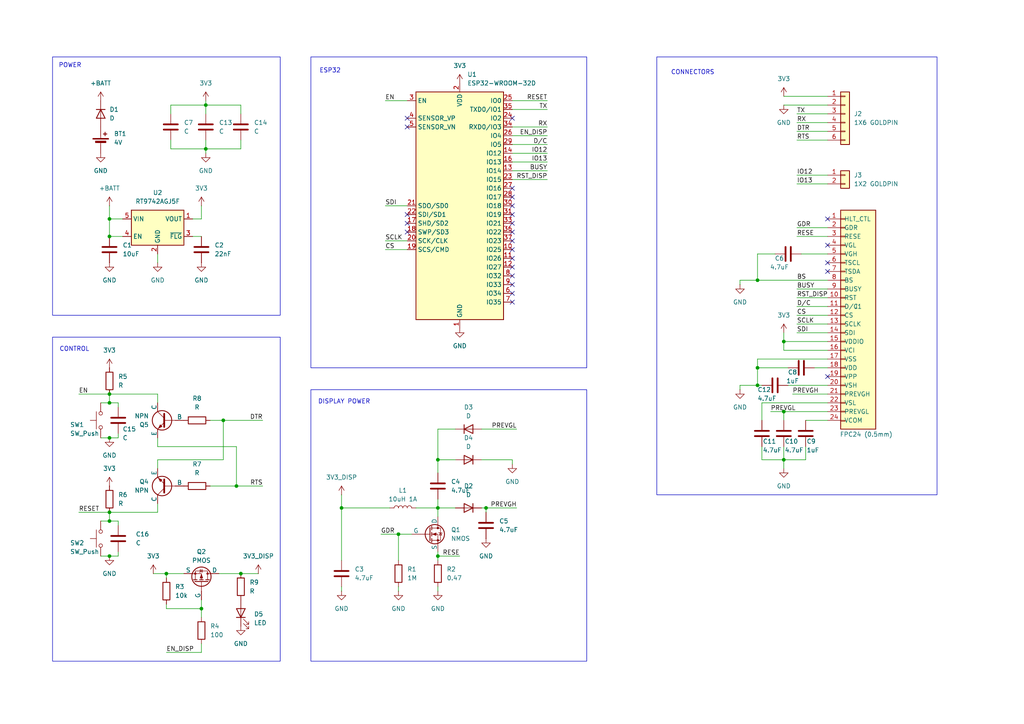
<source format=kicad_sch>
(kicad_sch (version 20231120) (generator "eeschema") (generator_version "8.0")
  (paper "A4")
  (lib_symbols
    (symbol "Connector_Generic:Conn_01x02" (pin_names (offset 1.016) hide)
      (property "Reference" "J" (at 0 2.54 0))
      (property "Value" "Conn_01x02" (at 0 -5.08 0))
      (symbol "Conn_01x02_1_1"
        (rectangle (start -1.27 -2.413) (end 0 -2.667) (stroke (width 0.1524)))
        (rectangle (start -1.27 0.127) (end 0 -0.127) (stroke (width 0.1524)))
        (rectangle (start -1.27 1.27) (end 1.27 -3.81) (stroke (width 0.254)) (fill (type background)))
        (pin passive line (at -5.08 0 0) (length 3.81) (name "Pin_1") (number "1"))
        (pin passive line (at -5.08 -2.54 0) (length 3.81) (name "Pin_2") (number "2"))
      )
    )
    (symbol "Connector_Generic:Conn_01x06" (pin_names (offset 1.016) hide)
      (property "Reference" "J" (at 0 7.62 0))
      (property "Value" "Conn_01x06" (at 0 -10.16 0))
      (symbol "Conn_01x06_1_1"
        (rectangle (start -1.27 -7.493) (end 0 -7.747) (stroke (width 0.1524)))
        (rectangle (start -1.27 -4.953) (end 0 -5.207) (stroke (width 0.1524)))
        (rectangle (start -1.27 -2.413) (end 0 -2.667) (stroke (width 0.1524)))
        (rectangle (start -1.27 0.127) (end 0 -0.127) (stroke (width 0.1524)))
        (rectangle (start -1.27 2.667) (end 0 2.413) (stroke (width 0.1524)))
        (rectangle (start -1.27 5.207) (end 0 4.953) (stroke (width 0.1524)))
        (rectangle (start -1.27 6.35) (end 1.27 -8.89) (stroke (width 0.254)) (fill (type background)))
        (pin passive line (at -5.08 5.08 0) (length 3.81) (name "Pin_1") (number "1"))
        (pin passive line (at -5.08 2.54 0) (length 3.81) (name "Pin_2") (number "2"))
        (pin passive line (at -5.08 0 0) (length 3.81) (name "Pin_3") (number "3"))
        (pin passive line (at -5.08 -2.54 0) (length 3.81) (name "Pin_4") (number "4"))
        (pin passive line (at -5.08 -5.08 0) (length 3.81) (name "Pin_5") (number "5"))
        (pin passive line (at -5.08 -7.62 0) (length 3.81) (name "Pin_6") (number "6"))
      )
    )
    (symbol "Connector_Generic:Conn_01x24" (pin_names (offset 1.016))
      (property "Reference" "J1" (at 2.54 0.0001 0))
      (property "Value" "Conn_01x24" (at 10.16 -2.794 0))
      (symbol "Conn_01x24_1_0"
        (pin passive line (at -5.08 -33.02 0) (length 3.81) (name "VCOM") (number "24"))
      )
      (symbol "Conn_01x24_1_1"
        (rectangle (start -1.27 -33.02) (end 0 -33.274) (stroke (width 0.1524)))
        (rectangle (start -1.27 -30.353) (end 0 -30.607) (stroke (width 0.1524)))
        (rectangle (start -1.27 -27.813) (end 0 -28.067) (stroke (width 0.1524)))
        (rectangle (start -1.27 -25.273) (end 0 -25.527) (stroke (width 0.1524)))
        (rectangle (start -1.27 -22.733) (end 0 -22.987) (stroke (width 0.1524)))
        (rectangle (start -1.27 -20.193) (end 0 -20.447) (stroke (width 0.1524)))
        (rectangle (start -1.27 -17.653) (end 0 -17.907) (stroke (width 0.1524)))
        (rectangle (start -1.27 -15.113) (end 0 -15.367) (stroke (width 0.1524)))
        (rectangle (start -1.27 -12.573) (end 0 -12.827) (stroke (width 0.1524)))
        (rectangle (start -1.27 -10.033) (end 0 -10.287) (stroke (width 0.1524)))
        (rectangle (start -1.27 -7.493) (end 0 -7.747) (stroke (width 0.1524)))
        (rectangle (start -1.27 -4.953) (end 0 -5.207) (stroke (width 0.1524)))
        (rectangle (start -1.27 -2.413) (end 0 -2.667) (stroke (width 0.1524)))
        (rectangle (start -1.27 0.127) (end 0 -0.127) (stroke (width 0.1524)))
        (rectangle (start -1.27 2.667) (end 0 2.413) (stroke (width 0.1524)))
        (rectangle (start -1.27 5.207) (end 0 4.953) (stroke (width 0.1524)))
        (rectangle (start -1.27 7.747) (end 0 7.493) (stroke (width 0.1524)))
        (rectangle (start -1.27 10.287) (end 0 10.033) (stroke (width 0.1524)))
        (rectangle (start -1.27 12.827) (end 0 12.573) (stroke (width 0.1524)))
        (rectangle (start -1.27 15.367) (end 0 15.113) (stroke (width 0.1524)))
        (rectangle (start -1.27 17.907) (end 0 17.653) (stroke (width 0.1524)))
        (rectangle (start -1.27 20.447) (end 0 20.193) (stroke (width 0.1524)))
        (rectangle (start -1.27 22.987) (end 0 22.733) (stroke (width 0.1524)))
        (rectangle (start -1.27 25.527) (end 0 25.273) (stroke (width 0.1524)))
        (rectangle (start -1.27 27.94) (end 8.89 -35.56) (stroke (width 0.254)) (fill (type background)))
        (pin passive line (at -5.08 25.4 0) (length 3.81) (name "HLT_CTL") (number "1"))
        (pin passive line (at -5.08 2.54 0) (length 3.81) (name "RST") (number "10"))
        (pin passive line (at -5.08 0 0) (length 3.81) (name "D/C") (number "11"))
        (pin passive line (at -5.08 -2.54 0) (length 3.81) (name "CS") (number "12"))
        (pin passive line (at -5.08 -5.08 0) (length 3.81) (name "SCLK") (number "13"))
        (pin passive line (at -5.08 -7.62 0) (length 3.81) (name "SDI") (number "14"))
        (pin passive line (at -5.08 -10.16 0) (length 3.81) (name "VDDIO") (number "15"))
        (pin passive line (at -5.08 -12.7 0) (length 3.81) (name "VCI") (number "16"))
        (pin passive line (at -5.08 -15.24 0) (length 3.81) (name "VSS") (number "17"))
        (pin passive line (at -5.08 -17.78 0) (length 3.81) (name "VDD") (number "18"))
        (pin passive line (at -5.08 -20.32 0) (length 3.81) (name "VPP") (number "19"))
        (pin passive line (at -5.08 22.86 0) (length 3.81) (name "GDR") (number "2"))
        (pin passive line (at -5.08 -22.86 0) (length 3.81) (name "VSH") (number "20"))
        (pin passive line (at -5.08 -25.4 0) (length 3.81) (name "PREVGH") (number "21"))
        (pin passive line (at -5.08 -27.94 0) (length 3.81) (name "VSL") (number "22"))
        (pin passive line (at -5.08 -30.48 0) (length 3.81) (name "PREVGL") (number "23"))
        (pin passive line (at -5.08 20.32 0) (length 3.81) (name "RESE") (number "3"))
        (pin passive line (at -5.08 17.78 0) (length 3.81) (name "VGL") (number "4"))
        (pin passive line (at -5.08 15.24 0) (length 3.81) (name "VGH") (number "5"))
        (pin passive line (at -5.08 12.7 0) (length 3.81) (name "TSCL") (number "6"))
        (pin passive line (at -5.08 10.16 0) (length 3.81) (name "TSDA") (number "7"))
        (pin passive line (at -5.08 7.62 0) (length 3.81) (name "BS") (number "8"))
        (pin passive line (at -5.08 5.08 0) (length 3.81) (name "BUSY") (number "9"))
      )
    )
    (symbol "Device:Battery_Cell" (pin_numbers hide) (pin_names (offset 0) hide)
      (property "Reference" "BT" (at 2.54 2.54 0))
      (property "Value" "Battery_Cell" (at 2.54 0 0))
      (symbol "Battery_Cell_0_1"
        (rectangle (start -2.286 1.778) (end 2.286 1.524) (fill (type outline)))
        (rectangle (start -1.524 1.016) (end 1.524 0.508) (fill (type outline)))
        (polyline (pts (xy 0 0.762) (xy 0 0)))
        (polyline (pts (xy 0 1.778) (xy 0 2.54)))
        (polyline (pts (xy 0.762 3.048) (xy 1.778 3.048)) (stroke (width 0.254)))
        (polyline (pts (xy 1.27 3.556) (xy 1.27 2.54)) (stroke (width 0.254)))
      )
      (symbol "Battery_Cell_1_1"
        (pin passive line (at 0 5.08 270) (length 2.54) (name "+") (number "1"))
        (pin passive line (at 0 -2.54 90) (length 2.54) (name "-") (number "2"))
      )
    )
    (symbol "Device:C" (pin_numbers hide) (pin_names (offset 0.254))
      (property "Reference" "C" (at 0.635 2.54 0))
      (property "Value" "C" (at 0.635 -2.54 0))
      (symbol "C_0_1"
        (polyline (pts (xy -2.032 -0.762) (xy 2.032 -0.762)) (stroke (width 0.508)))
        (polyline (pts (xy -2.032 0.762) (xy 2.032 0.762)) (stroke (width 0.508)))
      )
      (symbol "C_1_1"
        (pin passive line (at 0 3.81 270) (length 2.794) (name "~") (number "1"))
        (pin passive line (at 0 -3.81 90) (length 2.794) (name "~") (number "2"))
      )
    )
    (symbol "Device:D" (pin_numbers hide) (pin_names (offset 1.016) hide)
      (property "Reference" "D" (at 0 2.54 0))
      (property "Value" "D" (at 0 -2.54 0))
      (symbol "D_0_1"
        (polyline (pts (xy -1.27 1.27) (xy -1.27 -1.27)) (stroke (width 0.254)))
        (polyline (pts (xy 1.27 0) (xy -1.27 0)))
        (polyline (pts (xy 1.27 1.27) (xy 1.27 -1.27) (xy -1.27 0) (xy 1.27 1.27)) (stroke (width 0.254)))
      )
      (symbol "D_1_1"
        (pin passive line (at -3.81 0 0) (length 2.54) (name "K") (number "1"))
        (pin passive line (at 3.81 0 180) (length 2.54) (name "A") (number "2"))
      )
    )
    (symbol "Device:L" (pin_numbers hide) (pin_names (offset 1.016) hide)
      (property "Reference" "L" (at -1.27 0 90))
      (property "Value" "L" (at 1.905 0 90))
      (symbol "L_0_1"
        (arc (start 0 -2.54) (mid 0.6323 -1.905) (end 0 -1.27))
        (arc (start 0 -1.27) (mid 0.6323 -0.635) (end 0 0))
        (arc (start 0 0) (mid 0.6323 0.635) (end 0 1.27))
        (arc (start 0 1.27) (mid 0.6323 1.905) (end 0 2.54))
      )
      (symbol "L_1_1"
        (pin passive line (at 0 3.81 270) (length 1.27) (name "1") (number "1"))
        (pin passive line (at 0 -3.81 90) (length 1.27) (name "2") (number "2"))
      )
    )
    (symbol "Device:LED" (pin_numbers hide) (pin_names (offset 1.016) hide)
      (property "Reference" "D" (at 0 2.54 0))
      (property "Value" "LED" (at 0 -2.54 0))
      (symbol "LED_0_1"
        (polyline (pts (xy -1.27 -1.27) (xy -1.27 1.27)) (stroke (width 0.254)))
        (polyline (pts (xy -1.27 0) (xy 1.27 0)))
        (polyline (pts (xy 1.27 -1.27) (xy 1.27 1.27) (xy -1.27 0) (xy 1.27 -1.27)) (stroke (width 0.254)))
        (polyline (pts (xy -3.048 -0.762) (xy -4.572 -2.286) (xy -3.81 -2.286) (xy -4.572 -2.286) (xy -4.572 -1.524)))
        (polyline (pts (xy -1.778 -0.762) (xy -3.302 -2.286) (xy -2.54 -2.286) (xy -3.302 -2.286) (xy -3.302 -1.524)))
      )
      (symbol "LED_1_1"
        (pin passive line (at -3.81 0 0) (length 2.54) (name "K") (number "1"))
        (pin passive line (at 3.81 0 180) (length 2.54) (name "A") (number "2"))
      )
    )
    (symbol "Device:R" (pin_numbers hide) (pin_names (offset 0))
      (property "Reference" "R" (at 2.032 0 90))
      (property "Value" "R" (at 0 0 90))
      (symbol "R_0_1"
        (rectangle (start -1.016 -2.54) (end 1.016 2.54) (stroke (width 0.254)))
      )
      (symbol "R_1_1"
        (pin passive line (at 0 3.81 270) (length 1.27) (name "~") (number "1"))
        (pin passive line (at 0 -3.81 90) (length 1.27) (name "~") (number "2"))
      )
    )
    (symbol "Power_Management:RT9742AGJ5F"
      (property "Reference" "U" (at 0 10.16 0))
      (property "Value" "RT9742AGJ5F" (at 0 7.62 0))
      (symbol "RT9742AGJ5F_0_1"
        (rectangle (start -7.62 5.08) (end 7.62 -5.08) (stroke (width 0.254)) (fill (type background)))
      )
      (symbol "RT9742AGJ5F_1_1"
        (pin power_out line (at 10.16 2.54 180) (length 2.54) (name "VOUT") (number "1"))
        (pin power_in line (at 0 -7.62 90) (length 2.54) (name "GND") (number "2"))
        (pin open_collector line (at 10.16 -2.54 180) (length 2.54) (name "~{FLG}") (number "3"))
        (pin input line (at -10.16 -2.54 0) (length 2.54) (name "EN") (number "4"))
        (pin power_in line (at -10.16 2.54 0) (length 2.54) (name "VIN") (number "5"))
      )
    )
    (symbol "RF_Module:ESP32-WROOM-32D"
      (property "Reference" "U" (at -12.7 34.29 0))
      (property "Value" "ESP32-WROOM-32D" (at 1.27 34.29 0))
      (symbol "ESP32-WROOM-32D_0_1"
        (rectangle (start -12.7 33.02) (end 12.7 -33.02) (stroke (width 0.254)) (fill (type background)))
      )
      (symbol "ESP32-WROOM-32D_1_1"
        (pin power_in line (at 0 -35.56 90) (length 2.54) (name "GND") (number "1"))
        (pin bidirectional line (at 15.24 -12.7 180) (length 2.54) (name "IO25") (number "10"))
        (pin bidirectional line (at 15.24 -15.24 180) (length 2.54) (name "IO26") (number "11"))
        (pin bidirectional line (at 15.24 -17.78 180) (length 2.54) (name "IO27") (number "12"))
        (pin bidirectional line (at 15.24 10.16 180) (length 2.54) (name "IO14") (number "13"))
        (pin bidirectional line (at 15.24 15.24 180) (length 2.54) (name "IO12") (number "14"))
        (pin passive line (at 0 -35.56 90) (length 2.54) hide (name "GND") (number "15"))
        (pin bidirectional line (at 15.24 12.7 180) (length 2.54) (name "IO13") (number "16"))
        (pin bidirectional line (at -15.24 -5.08 0) (length 2.54) (name "SHD/SD2") (number "17"))
        (pin bidirectional line (at -15.24 -7.62 0) (length 2.54) (name "SWP/SD3") (number "18"))
        (pin bidirectional line (at -15.24 -12.7 0) (length 2.54) (name "SCS/CMD") (number "19"))
        (pin power_in line (at 0 35.56 270) (length 2.54) (name "VDD") (number "2"))
        (pin bidirectional line (at -15.24 -10.16 0) (length 2.54) (name "SCK/CLK") (number "20"))
        (pin bidirectional line (at -15.24 0 0) (length 2.54) (name "SDO/SD0") (number "21"))
        (pin bidirectional line (at -15.24 -2.54 0) (length 2.54) (name "SDI/SD1") (number "22"))
        (pin bidirectional line (at 15.24 7.62 180) (length 2.54) (name "IO15") (number "23"))
        (pin bidirectional line (at 15.24 25.4 180) (length 2.54) (name "IO2") (number "24"))
        (pin bidirectional line (at 15.24 30.48 180) (length 2.54) (name "IO0") (number "25"))
        (pin bidirectional line (at 15.24 20.32 180) (length 2.54) (name "IO4") (number "26"))
        (pin bidirectional line (at 15.24 5.08 180) (length 2.54) (name "IO16") (number "27"))
        (pin bidirectional line (at 15.24 2.54 180) (length 2.54) (name "IO17") (number "28"))
        (pin bidirectional line (at 15.24 17.78 180) (length 2.54) (name "IO5") (number "29"))
        (pin input line (at -15.24 30.48 0) (length 2.54) (name "EN") (number "3"))
        (pin bidirectional line (at 15.24 0 180) (length 2.54) (name "IO18") (number "30"))
        (pin bidirectional line (at 15.24 -2.54 180) (length 2.54) (name "IO19") (number "31"))
        (pin no_connect line (at -12.7 -27.94 0) (length 2.54) hide (name "NC") (number "32"))
        (pin bidirectional line (at 15.24 -5.08 180) (length 2.54) (name "IO21") (number "33"))
        (pin bidirectional line (at 15.24 22.86 180) (length 2.54) (name "RXD0/IO3") (number "34"))
        (pin bidirectional line (at 15.24 27.94 180) (length 2.54) (name "TXD0/IO1") (number "35"))
        (pin bidirectional line (at 15.24 -7.62 180) (length 2.54) (name "IO22") (number "36"))
        (pin bidirectional line (at 15.24 -10.16 180) (length 2.54) (name "IO23") (number "37"))
        (pin passive line (at 0 -35.56 90) (length 2.54) hide (name "GND") (number "38"))
        (pin passive line (at 0 -35.56 90) (length 2.54) hide (name "GND") (number "39"))
        (pin input line (at -15.24 25.4 0) (length 2.54) (name "SENSOR_VP") (number "4"))
        (pin input line (at -15.24 22.86 0) (length 2.54) (name "SENSOR_VN") (number "5"))
        (pin input line (at 15.24 -25.4 180) (length 2.54) (name "IO34") (number "6"))
        (pin input line (at 15.24 -27.94 180) (length 2.54) (name "IO35") (number "7"))
        (pin bidirectional line (at 15.24 -20.32 180) (length 2.54) (name "IO32") (number "8"))
        (pin bidirectional line (at 15.24 -22.86 180) (length 2.54) (name "IO33") (number "9"))
      )
    )
    (symbol "Simulation_SPICE:NMOS" (pin_numbers hide) (pin_names (offset 0))
      (property "Reference" "Q" (at 5.08 1.27 0))
      (property "Value" "NMOS" (at 5.08 -1.27 0))
      (symbol "NMOS_0_1"
        (polyline (pts (xy 0.254 0) (xy -2.54 0)))
        (polyline (pts (xy 0.254 1.905) (xy 0.254 -1.905)) (stroke (width 0.254)))
        (polyline (pts (xy 0.762 -1.27) (xy 0.762 -2.286)) (stroke (width 0.254)))
        (polyline (pts (xy 0.762 0.508) (xy 0.762 -0.508)) (stroke (width 0.254)))
        (polyline (pts (xy 0.762 2.286) (xy 0.762 1.27)) (stroke (width 0.254)))
        (polyline (pts (xy 2.54 2.54) (xy 2.54 1.778)))
        (polyline (pts (xy 2.54 -2.54) (xy 2.54 0) (xy 0.762 0)))
        (polyline (pts (xy 0.762 -1.778) (xy 3.302 -1.778) (xy 3.302 1.778) (xy 0.762 1.778)))
        (polyline (pts (xy 1.016 0) (xy 2.032 0.381) (xy 2.032 -0.381) (xy 1.016 0)) (fill (type outline)))
        (polyline (pts (xy 2.794 0.508) (xy 2.921 0.381) (xy 3.683 0.381) (xy 3.81 0.254)))
        (polyline (pts (xy 3.302 0.381) (xy 2.921 -0.254) (xy 3.683 -0.254) (xy 3.302 0.381)))
        (circle (center 1.651 0) (radius 2.794) (stroke (width 0.254)))
        (circle (center 2.54 -1.778) (radius 0.254) (fill (type outline)))
        (circle (center 2.54 1.778) (radius 0.254) (fill (type outline)))
      )
      (symbol "NMOS_1_1"
        (pin passive line (at 2.54 5.08 270) (length 2.54) (name "D") (number "1"))
        (pin input line (at -5.08 0 0) (length 2.54) (name "G") (number "2"))
        (pin passive line (at 2.54 -5.08 90) (length 2.54) (name "S") (number "3"))
      )
    )
    (symbol "Simulation_SPICE:NPN" (pin_numbers hide) (pin_names (offset 0))
      (property "Reference" "Q" (at -2.54 7.62 0))
      (property "Value" "NPN" (at -2.54 5.08 0))
      (symbol "NPN_0_1"
        (polyline (pts (xy -2.54 0) (xy 0.635 0)) (stroke (width 0.1524)))
        (polyline (pts (xy 0.635 0.635) (xy 2.54 2.54)))
        (polyline (pts (xy 2.794 -1.27) (xy 2.794 -1.27)) (stroke (width 0.1524)))
        (polyline (pts (xy 2.794 -1.27) (xy 2.794 -1.27)) (stroke (width 0.1524)))
        (polyline (pts (xy 0.635 -0.635) (xy 2.54 -2.54) (xy 2.54 -2.54)))
        (polyline (pts (xy 0.635 1.905) (xy 0.635 -1.905) (xy 0.635 -1.905)) (stroke (width 0.508)))
        (polyline (pts (xy 1.27 -1.778) (xy 1.778 -1.27) (xy 2.286 -2.286) (xy 1.27 -1.778) (xy 1.27 -1.778)) (fill (type outline)))
        (circle (center 1.27 0) (radius 2.8194) (stroke (width 0.254)))
      )
      (symbol "NPN_1_1"
        (pin open_collector line (at 2.54 5.08 270) (length 2.54) (name "C") (number "1"))
        (pin input line (at -5.08 0 0) (length 2.54) (name "B") (number "2"))
        (pin open_emitter line (at 2.54 -5.08 90) (length 2.54) (name "E") (number "3"))
      )
    )
    (symbol "Simulation_SPICE:PMOS" (pin_numbers hide) (pin_names (offset 0))
      (property "Reference" "Q" (at 5.08 1.27 0))
      (property "Value" "PMOS" (at 5.08 -1.27 0))
      (symbol "PMOS_0_1"
        (polyline (pts (xy 0.254 0) (xy -2.54 0)))
        (polyline (pts (xy 0.254 1.905) (xy 0.254 -1.905)) (stroke (width 0.254)))
        (polyline (pts (xy 0.762 -1.27) (xy 0.762 -2.286)) (stroke (width 0.254)))
        (polyline (pts (xy 0.762 0.508) (xy 0.762 -0.508)) (stroke (width 0.254)))
        (polyline (pts (xy 0.762 2.286) (xy 0.762 1.27)) (stroke (width 0.254)))
        (polyline (pts (xy 2.54 2.54) (xy 2.54 1.778)))
        (polyline (pts (xy 2.54 -2.54) (xy 2.54 0) (xy 0.762 0)))
        (polyline (pts (xy 0.762 1.778) (xy 3.302 1.778) (xy 3.302 -1.778) (xy 0.762 -1.778)))
        (polyline (pts (xy 2.286 0) (xy 1.27 0.381) (xy 1.27 -0.381) (xy 2.286 0)) (fill (type outline)))
        (polyline (pts (xy 2.794 -0.508) (xy 2.921 -0.381) (xy 3.683 -0.381) (xy 3.81 -0.254)))
        (polyline (pts (xy 3.302 -0.381) (xy 2.921 0.254) (xy 3.683 0.254) (xy 3.302 -0.381)))
        (circle (center 1.651 0) (radius 2.794) (stroke (width 0.254)))
        (circle (center 2.54 -1.778) (radius 0.254) (fill (type outline)))
        (circle (center 2.54 1.778) (radius 0.254) (fill (type outline)))
      )
      (symbol "PMOS_1_1"
        (pin passive line (at 2.54 5.08 270) (length 2.54) (name "D") (number "1"))
        (pin input line (at -5.08 0 0) (length 2.54) (name "G") (number "2"))
        (pin passive line (at 2.54 -5.08 90) (length 2.54) (name "S") (number "3"))
      )
    )
    (symbol "Switch:SW_Push" (pin_numbers hide) (pin_names (offset 1.016) hide)
      (property "Reference" "SW" (at 1.27 2.54 0))
      (property "Value" "SW_Push" (at 0 -1.524 0))
      (symbol "SW_Push_0_1"
        (circle (center -2.032 0) (radius 0.508))
        (polyline (pts (xy 0 1.27) (xy 0 3.048)))
        (polyline (pts (xy 2.54 1.27) (xy -2.54 1.27)))
        (circle (center 2.032 0) (radius 0.508))
        (pin passive line (at -5.08 0 0) (length 2.54) (name "1") (number "1"))
        (pin passive line (at 5.08 0 180) (length 2.54) (name "2") (number "2"))
      )
    )
    (symbol "power:+BATT" (power) (pin_numbers hide) (pin_names (offset 0) hide)
      (property "Value" "+BATT" (at 0 3.556 0))
      (symbol "+BATT_0_1"
        (polyline (pts (xy -0.762 1.27) (xy 0 2.54)))
        (polyline (pts (xy 0 0) (xy 0 2.54)))
        (polyline (pts (xy 0 2.54) (xy 0.762 1.27)))
      )
      (symbol "+BATT_1_1"
        (pin power_in line (at 0 0 90) (length 0) (name "~") (number "1"))
      )
    )
    (symbol "power:GND" (power) (pin_numbers hide) (pin_names (offset 0) hide)
      (property "Value" "GND" (at 0 -3.81 0))
      (symbol "GND_0_1"
        (polyline (pts (xy 0 0) (xy 0 -1.27) (xy 1.27 -1.27) (xy 0 -2.54) (xy -1.27 -1.27) (xy 0 -1.27)))
      )
      (symbol "GND_1_1"
        (pin power_in line (at 0 0 270) (length 0) (name "~") (number "1"))
      )
    )
    (symbol "power:VDD" (power) (pin_numbers hide) (pin_names (offset 0) hide)
      (property "Value" "VDD" (at 0 3.556 0))
      (symbol "VDD_0_1"
        (polyline (pts (xy -0.762 1.27) (xy 0 2.54)))
        (polyline (pts (xy 0 0) (xy 0 2.54)))
        (polyline (pts (xy 0 2.54) (xy 0.762 1.27)))
      )
      (symbol "VDD_1_1"
        (pin power_in line (at 0 0 90) (length 0) (name "~") (number "1"))
      )
    )
  )
  (junction (at 31.75 114.3))
  (junction (at 227.33 99.06))
  (junction (at 31.75 68.58))
  (junction (at 127 133.35))
  (junction (at 227.33 133.35))
  (junction (at 227.33 119.38))
  (junction (at 127 147.32))
  (junction (at 31.75 148.59))
  (junction (at 99.06 147.32))
  (junction (at 115.57 154.94))
  (junction (at 31.75 161.29))
  (junction (at 31.75 63.5))
  (junction (at 219.71 111.76))
  (junction (at 64.77 121.92))
  (junction (at 140.97 147.32))
  (junction (at 127 161.29))
  (junction (at 68.58 140.97))
  (junction (at 219.71 106.68))
  (junction (at 58.42 176.53))
  (junction (at 59.69 30.48))
  (junction (at 31.75 127))
  (junction (at 59.69 43.18))
  (junction (at 31.75 151.13))
  (junction (at 31.75 116.84))
  (junction (at 219.71 81.28))
  (junction (at 69.85 166.37))
  (junction (at 48.26 166.37))
  (no_connect (at 148.59 67.31))
  (no_connect (at 148.59 59.69))
  (no_connect (at 148.59 87.63))
  (no_connect (at 148.59 74.93))
  (no_connect (at 148.59 57.15))
  (no_connect (at 148.59 77.47))
  (no_connect (at 148.59 82.55))
  (no_connect (at 118.11 67.31))
  (no_connect (at 240.03 109.22))
  (no_connect (at 118.11 64.77))
  (no_connect (at 118.11 62.23))
  (no_connect (at 118.11 34.29))
  (no_connect (at 148.59 72.39))
  (no_connect (at 240.03 63.5))
  (no_connect (at 240.03 76.2))
  (no_connect (at 148.59 80.01))
  (no_connect (at 148.59 54.61))
  (no_connect (at 240.03 71.12))
  (no_connect (at 148.59 34.29))
  (no_connect (at 148.59 62.23))
  (no_connect (at 148.59 69.85))
  (no_connect (at 148.59 85.09))
  (no_connect (at 148.59 64.77))
  (no_connect (at 240.03 78.74))
  (no_connect (at 118.11 36.83))
  (wire (pts (xy 59.69 30.48) (xy 49.53 30.48)))
  (wire (pts (xy 231.14 40.64) (xy 240.03 40.64)))
  (wire (pts (xy 45.72 129.54) (xy 45.72 127)))
  (wire (pts (xy 58.42 173.99) (xy 58.42 176.53)))
  (wire (pts (xy 31.75 59.69) (xy 31.75 63.5)))
  (wire (pts (xy 34.29 161.29) (xy 31.75 161.29)))
  (wire (pts (xy 44.45 166.37) (xy 48.26 166.37)))
  (wire (pts (xy 48.26 166.37) (xy 48.26 167.64)))
  (wire (pts (xy 220.98 116.84) (xy 240.03 116.84)))
  (wire (pts (xy 45.72 133.35) (xy 64.77 133.35)))
  (wire (pts (xy 110.49 154.94) (xy 115.57 154.94)))
  (wire (pts (xy 148.59 52.07) (xy 158.75 52.07)))
  (wire (pts (xy 31.75 127) (xy 29.21 127)))
  (wire (pts (xy 49.53 43.18) (xy 49.53 40.64)))
  (wire (pts (xy 31.75 63.5) (xy 35.56 63.5)))
  (wire (pts (xy 127 147.32) (xy 127 144.78)))
  (wire (pts (xy 34.29 160.02) (xy 34.29 161.29)))
  (wire (pts (xy 231.14 38.1) (xy 240.03 38.1)))
  (wire (pts (xy 223.52 119.38) (xy 227.33 119.38)))
  (wire (pts (xy 214.63 81.28) (xy 214.63 82.55)))
  (wire (pts (xy 220.98 133.35) (xy 227.33 133.35)))
  (wire (pts (xy 48.26 166.37) (xy 53.34 166.37)))
  (wire (pts (xy 227.33 99.06) (xy 240.03 99.06)))
  (wire (pts (xy 58.42 176.53) (xy 58.42 179.07)))
  (wire (pts (xy 34.29 151.13) (xy 34.29 152.4)))
  (wire (pts (xy 29.21 151.13) (xy 31.75 151.13)))
  (wire (pts (xy 236.22 106.68) (xy 240.03 106.68)))
  (wire (pts (xy 31.75 114.3) (xy 45.72 114.3)))
  (wire (pts (xy 68.58 140.97) (xy 76.2 140.97)))
  (wire (pts (xy 148.59 41.91) (xy 158.75 41.91)))
  (wire (pts (xy 227.33 30.48) (xy 240.03 30.48)))
  (wire (pts (xy 231.14 33.02) (xy 240.03 33.02)))
  (wire (pts (xy 48.26 176.53) (xy 58.42 176.53)))
  (wire (pts (xy 31.75 63.5) (xy 31.75 68.58)))
  (wire (pts (xy 229.87 114.3) (xy 240.03 114.3)))
  (wire (pts (xy 148.59 46.99) (xy 158.75 46.99)))
  (wire (pts (xy 220.98 133.35) (xy 220.98 129.54)))
  (wire (pts (xy 59.69 30.48) (xy 59.69 33.02)))
  (wire (pts (xy 60.96 140.97) (xy 68.58 140.97)))
  (wire (pts (xy 31.75 116.84) (xy 34.29 116.84)))
  (wire (pts (xy 45.72 76.2) (xy 45.72 73.66)))
  (wire (pts (xy 127 171.45) (xy 127 170.18)))
  (wire (pts (xy 31.75 148.59) (xy 31.75 151.13)))
  (wire (pts (xy 115.57 171.45) (xy 115.57 170.18)))
  (wire (pts (xy 45.72 135.89) (xy 45.72 133.35)))
  (wire (pts (xy 60.96 121.92) (xy 64.77 121.92)))
  (wire (pts (xy 219.71 106.68) (xy 219.71 104.14)))
  (wire (pts (xy 232.41 73.66) (xy 240.03 73.66)))
  (wire (pts (xy 227.33 99.06) (xy 227.33 96.52)))
  (wire (pts (xy 49.53 30.48) (xy 49.53 33.02)))
  (wire (pts (xy 22.86 114.3) (xy 31.75 114.3)))
  (wire (pts (xy 219.71 106.68) (xy 228.6 106.68)))
  (wire (pts (xy 120.65 147.32) (xy 127 147.32)))
  (wire (pts (xy 111.76 72.39) (xy 118.11 72.39)))
  (wire (pts (xy 115.57 154.94) (xy 119.38 154.94)))
  (wire (pts (xy 148.59 133.35) (xy 148.59 134.62)))
  (wire (pts (xy 148.59 29.21) (xy 158.75 29.21)))
  (wire (pts (xy 148.59 39.37) (xy 158.75 39.37)))
  (wire (pts (xy 31.75 148.59) (xy 45.72 148.59)))
  (wire (pts (xy 148.59 49.53) (xy 158.75 49.53)))
  (wire (pts (xy 231.14 68.58) (xy 240.03 68.58)))
  (wire (pts (xy 140.97 147.32) (xy 139.7 147.32)))
  (wire (pts (xy 233.68 133.35) (xy 233.68 129.54)))
  (wire (pts (xy 59.69 29.21) (xy 59.69 30.48)))
  (wire (pts (xy 99.06 147.32) (xy 113.03 147.32)))
  (wire (pts (xy 214.63 113.03) (xy 214.63 111.76)))
  (wire (pts (xy 48.26 189.23) (xy 58.42 189.23)))
  (wire (pts (xy 231.14 86.36) (xy 240.03 86.36)))
  (wire (pts (xy 34.29 116.84) (xy 34.29 118.11)))
  (wire (pts (xy 127 147.32) (xy 127 149.86)))
  (wire (pts (xy 127 161.29) (xy 133.35 161.29)))
  (wire (pts (xy 48.26 176.53) (xy 48.26 175.26)))
  (wire (pts (xy 34.29 125.73) (xy 34.29 127)))
  (wire (pts (xy 219.71 81.28) (xy 240.03 81.28)))
  (wire (pts (xy 111.76 29.21) (xy 118.11 29.21)))
  (wire (pts (xy 220.98 111.76) (xy 219.71 111.76)))
  (wire (pts (xy 149.86 124.46) (xy 139.7 124.46)))
  (wire (pts (xy 227.33 119.38) (xy 227.33 121.92)))
  (wire (pts (xy 214.63 81.28) (xy 219.71 81.28)))
  (wire (pts (xy 58.42 63.5) (xy 58.42 59.69)))
  (wire (pts (xy 231.14 50.8) (xy 240.03 50.8)))
  (wire (pts (xy 231.14 93.98) (xy 240.03 93.98)))
  (wire (pts (xy 31.75 114.3) (xy 31.75 116.84)))
  (wire (pts (xy 231.14 53.34) (xy 240.03 53.34)))
  (wire (pts (xy 219.71 73.66) (xy 224.79 73.66)))
  (wire (pts (xy 55.88 63.5) (xy 58.42 63.5)))
  (wire (pts (xy 214.63 111.76) (xy 219.71 111.76)))
  (wire (pts (xy 99.06 171.45) (xy 99.06 170.18)))
  (wire (pts (xy 69.85 30.48) (xy 69.85 33.02)))
  (wire (pts (xy 227.33 27.94) (xy 240.03 27.94)))
  (wire (pts (xy 31.75 113.03) (xy 31.75 114.3)))
  (wire (pts (xy 64.77 133.35) (xy 64.77 121.92)))
  (wire (pts (xy 219.71 111.76) (xy 219.71 106.68)))
  (wire (pts (xy 127 147.32) (xy 132.08 147.32)))
  (wire (pts (xy 219.71 104.14) (xy 240.03 104.14)))
  (wire (pts (xy 64.77 121.92) (xy 76.2 121.92)))
  (wire (pts (xy 227.33 133.35) (xy 227.33 129.54)))
  (wire (pts (xy 31.75 68.58) (xy 35.56 68.58)))
  (wire (pts (xy 127 124.46) (xy 127 133.35)))
  (wire (pts (xy 227.33 133.35) (xy 233.68 133.35)))
  (wire (pts (xy 231.14 96.52) (xy 240.03 96.52)))
  (wire (pts (xy 111.76 69.85) (xy 118.11 69.85)))
  (wire (pts (xy 228.6 111.76) (xy 240.03 111.76)))
  (wire (pts (xy 115.57 154.94) (xy 115.57 162.56)))
  (wire (pts (xy 148.59 36.83) (xy 158.75 36.83)))
  (wire (pts (xy 231.14 35.56) (xy 240.03 35.56)))
  (wire (pts (xy 140.97 148.59) (xy 140.97 147.32)))
  (wire (pts (xy 45.72 148.59) (xy 45.72 146.05)))
  (wire (pts (xy 29.21 116.84) (xy 31.75 116.84)))
  (wire (pts (xy 231.14 83.82) (xy 240.03 83.82)))
  (wire (pts (xy 231.14 91.44) (xy 240.03 91.44)))
  (wire (pts (xy 148.59 44.45) (xy 158.75 44.45)))
  (wire (pts (xy 69.85 166.37) (xy 74.93 166.37)))
  (wire (pts (xy 220.98 121.92) (xy 220.98 116.84)))
  (wire (pts (xy 219.71 73.66) (xy 219.71 81.28)))
  (wire (pts (xy 111.76 59.69) (xy 118.11 59.69)))
  (wire (pts (xy 63.5 166.37) (xy 69.85 166.37)))
  (wire (pts (xy 59.69 43.18) (xy 49.53 43.18)))
  (wire (pts (xy 45.72 129.54) (xy 68.58 129.54)))
  (wire (pts (xy 69.85 43.18) (xy 59.69 43.18)))
  (wire (pts (xy 69.85 40.64) (xy 69.85 43.18)))
  (wire (pts (xy 58.42 68.58) (xy 55.88 68.58)))
  (wire (pts (xy 231.14 66.04) (xy 240.03 66.04)))
  (wire (pts (xy 227.33 101.6) (xy 227.33 99.06)))
  (wire (pts (xy 127 124.46) (xy 132.08 124.46)))
  (wire (pts (xy 68.58 129.54) (xy 68.58 140.97)))
  (wire (pts (xy 227.33 119.38) (xy 240.03 119.38)))
  (wire (pts (xy 227.33 133.35) (xy 227.33 135.89)))
  (wire (pts (xy 139.7 133.35) (xy 148.59 133.35)))
  (wire (pts (xy 127 162.56) (xy 127 161.29)))
  (wire (pts (xy 149.86 147.32) (xy 140.97 147.32)))
  (wire (pts (xy 227.33 101.6) (xy 240.03 101.6)))
  (wire (pts (xy 99.06 147.32) (xy 99.06 162.56)))
  (wire (pts (xy 59.69 30.48) (xy 69.85 30.48)))
  (wire (pts (xy 231.14 88.9) (xy 240.03 88.9)))
  (wire (pts (xy 148.59 31.75) (xy 158.75 31.75)))
  (wire (pts (xy 127 161.29) (xy 127 160.02)))
  (wire (pts (xy 127 133.35) (xy 132.08 133.35)))
  (wire (pts (xy 233.68 121.92) (xy 240.03 121.92)))
  (wire (pts (xy 45.72 114.3) (xy 45.72 116.84)))
  (wire (pts (xy 58.42 186.69) (xy 58.42 189.23)))
  (wire (pts (xy 59.69 40.64) (xy 59.69 43.18)))
  (wire (pts (xy 31.75 151.13) (xy 34.29 151.13)))
  (wire (pts (xy 127 133.35) (xy 127 137.16)))
  (wire (pts (xy 59.69 44.45) (xy 59.69 43.18)))
  (wire (pts (xy 34.29 127) (xy 31.75 127)))
  (wire (pts (xy 22.86 148.59) (xy 31.75 148.59)))
  (wire (pts (xy 31.75 161.29) (xy 29.21 161.29)))
  (wire (pts (xy 99.06 143.51) (xy 99.06 147.32)))
  (rectangle (start 90.17 113.03) (end 170.18 191.77))
  (rectangle (start 190.5 16.51) (end 271.78 143.51))
  (rectangle (start 15.24 16.51) (end 81.28 91.44))
  (rectangle (start 90.17 16.51) (end 170.18 106.68))
  (rectangle (start 15.24 97.79) (end 81.28 191.77))
  (text "ESP32\n" (at 95.758 20.574 0) (effects (font (size 1.27 1.27))))
  (text "CONNECTORS" (at 200.914 21.082 0) (effects (font (size 1.27 1.27))))
  (text "POWER" (at 20.32 19.05 0) (effects (font (size 1.27 1.27))))
  (text "CONTROL\n" (at 21.59 101.346 0) (effects (font (size 1.27 1.27))))
  (text "DISPLAY POWER\n" (at 99.822 116.586 0) (effects (font (size 1.27 1.27))))
  (label "PREVGL" (at 149.86 124.46 180))
  (label "SDI" (at 111.76 59.69 0))
  (label "PREVGH" (at 149.86 147.32 180))
  (label "DTR" (at 76.2 121.92 180))
  (label "RTS" (at 76.2 140.97 180))
  (label "RESET" (at 22.86 148.59 0))
  (label "DTR" (at 231.14 38.1 0))
  (label "GDR" (at 110.49 154.94 0))
  (label "RST_DISP" (at 158.75 52.07 180))
  (label "TX" (at 158.75 31.75 180))
  (label "IO13" (at 158.75 46.99 180))
  (label "CS" (at 111.76 72.39 0))
  (label "SCLK" (at 231.14 93.98 0))
  (label "RESE" (at 231.14 68.58 0))
  (label "TX" (at 231.14 33.02 0))
  (label "BUSY" (at 158.75 49.53 180))
  (label "IO13" (at 231.14 53.34 0))
  (label "BS" (at 231.14 81.28 0))
  (label "PREVGL" (at 223.52 119.38 0))
  (label "SDI" (at 231.14 96.52 0))
  (label "PREVGH" (at 229.87 114.3 0))
  (label "EN_DISP" (at 48.26 189.23 0))
  (label "IO12" (at 158.75 44.45 180))
  (label "GDR" (at 231.14 66.04 0))
  (label "RTS" (at 231.14 40.64 0))
  (label "EN" (at 22.86 114.3 0))
  (label "D{slash}C" (at 158.75 41.91 180))
  (label "BUSY" (at 231.14 83.82 0))
  (label "IO12" (at 231.14 50.8 0))
  (label "RESET" (at 158.75 29.21 180))
  (label "CS" (at 231.14 91.44 0))
  (label "EN_DISP" (at 158.75 39.37 180))
  (label "RX" (at 231.14 35.56 0))
  (label "EN" (at 111.76 29.21 0))
  (label "RESE" (at 133.35 161.29 180))
  (label "D{slash}C" (at 231.14 88.9 0))
  (label "SCLK" (at 111.76 69.85 0))
  (label "RST_DISP" (at 231.14 86.36 0))
  (label "RX" (at 158.75 36.83 180))
  (symbol (lib_id "power:GND") (at 227.33 135.89 0) (unit 1)
    (property "Reference" "#PWR019" (effects (hide yes)))
    (property "Value" "GND" (at 227.33 140.97 0))
    (property "Description" "Power symbol creates a global label with name \"GND\" , ground" (effects (hide yes)))
  )
  (symbol (lib_id "Device:Battery_Cell") (at 29.21 41.91 0) (unit 1)
    (property "Reference" "BT1" (at 33.02 38.7984 0) (effects (justify left)))
    (property "Value" "4V" (at 33.02 41.3384 0) (effects (justify left)))
    (property "Description" "Single-cell battery" (effects (hide yes)))
  )
  (symbol (lib_id "Device:D") (at 135.89 147.32 180) (unit 1)
    (property "Reference" "D2" (at 135.89 140.97 0))
    (property "Value" "D" (at 135.89 143.51 0))
    (property "Description" "Diode" (effects (hide yes)))
    (property "Sim.Device" "D" (effects (hide yes)))
    (property "Sim.Pins" "1=K 2=A" (effects (hide yes)))
  )
  (symbol (lib_id "Device:R") (at 57.15 140.97 90) (unit 1)
    (property "Reference" "R7" (at 57.15 134.62 90))
    (property "Value" "R" (at 57.15 137.16 90))
    (property "Description" "Resistor" (effects (hide yes)))
  )
  (symbol (lib_id "power:GND") (at 99.06 171.45 0) (unit 1)
    (property "Reference" "#PWR09" (effects (hide yes)))
    (property "Value" "GND" (at 99.06 176.53 0))
    (property "Description" "Power symbol creates a global label with name \"GND\" , ground" (effects (hide yes)))
  )
  (symbol (lib_id "Device:C") (at 227.33 125.73 0) (unit 1)
    (property "Reference" "C10" (at 227.584 128.016 0) (effects (justify left)))
    (property "Value" "4.7uF" (at 227.584 130.556 0) (effects (justify left)))
    (property "Description" "Unpolarized capacitor" (effects (hide yes)))
  )
  (symbol (lib_id "Device:C") (at 31.75 72.39 0) (unit 1)
    (property "Reference" "C1" (at 35.56 71.1199 0) (effects (justify left)))
    (property "Value" "10uF" (at 35.56 73.6599 0) (effects (justify left)))
    (property "Description" "Unpolarized capacitor" (effects (hide yes)))
  )
  (symbol (lib_id "Device:C") (at 232.41 106.68 90) (unit 1)
    (property "Reference" "C8" (at 229.87 107.95 90))
    (property "Value" "1uF" (at 229.87 110.49 90))
    (property "Description" "Unpolarized capacitor" (effects (hide yes)))
  )
  (symbol (lib_id "Simulation_SPICE:NPN") (at 48.26 121.92 0) (mirror y) (unit 1)
    (property "Reference" "Q5" (at 43.18 123.1901 0) (effects (justify left)))
    (property "Value" "NPN" (at 43.18 120.6501 0) (effects (justify left)))
    (property "Datasheet" "https://ngspice.sourceforge.io/docs/ngspice-html-manual/manual.xhtml#cha_BJTs" (effects (hide yes)))
    (property "Description" "Bipolar transistor symbol for simulation only, substrate tied to the emitter" (effects (hide yes)))
    (property "Sim.Device" "NPN" (effects (hide yes)))
    (property "Sim.Type" "GUMMELPOON" (effects (hide yes)))
    (property "Sim.Pins" "1=C 2=B 3=E" (effects (hide yes)))
  )
  (symbol (lib_id "power:GND") (at 115.57 171.45 0) (unit 1)
    (property "Reference" "#PWR03" (effects (hide yes)))
    (property "Value" "GND" (at 115.57 176.53 0))
    (property "Description" "Power symbol creates a global label with name \"GND\" , ground" (effects (hide yes)))
  )
  (symbol (lib_id "power:+BATT") (at 29.21 29.21 0) (unit 1)
    (property "Reference" "#PWR010" (effects (hide yes)))
    (property "Value" "+BATT" (at 29.21 24.13 0))
    (property "Description" "Power symbol creates a global label with name \"+BATT\"" (effects (hide yes)))
  )
  (symbol (lib_id "Device:R") (at 115.57 166.37 0) (unit 1)
    (property "Reference" "R1" (at 118.11 165.0999 0) (effects (justify left)))
    (property "Value" "1M" (at 118.11 167.6399 0) (effects (justify left)))
    (property "Description" "Resistor" (effects (hide yes)))
  )
  (symbol (lib_id "power:GND") (at 214.63 113.03 0) (unit 1)
    (property "Reference" "#PWR018" (effects (hide yes)))
    (property "Value" "GND" (at 214.63 118.11 0))
    (property "Description" "Power symbol creates a global label with name \"GND\" , ground" (effects (hide yes)))
  )
  (symbol (lib_id "power:+BATT") (at 31.75 59.69 0) (unit 1)
    (property "Reference" "#PWR02" (effects (hide yes)))
    (property "Value" "+BATT" (at 31.75 54.61 0))
    (property "Description" "Power symbol creates a global label with name \"+BATT\"" (effects (hide yes)))
  )
  (symbol (lib_id "power:VDD") (at 99.06 143.51 0) (unit 1)
    (property "Reference" "#PWR08" (effects (hide yes)))
    (property "Value" "3V3_DISP" (at 99.06 138.43 0))
    (property "Description" "Power symbol creates a global label with name \"VDD\"" (effects (hide yes)))
  )
  (symbol (lib_id "power:VDD") (at 227.33 27.94 0) (unit 1)
    (property "Reference" "#PWR022" (effects (hide yes)))
    (property "Value" "3V3" (at 227.33 22.86 0))
    (property "Description" "Power symbol creates a global label with name \"VDD\"" (effects (hide yes)))
  )
  (symbol (lib_id "Device:LED") (at 69.85 177.8 90) (unit 1)
    (property "Reference" "D5" (at 73.66 178.1174 90) (effects (justify right)))
    (property "Value" "LED" (at 73.66 180.6574 90) (effects (justify right)))
    (property "Description" "Light emitting diode" (effects (hide yes)))
  )
  (symbol (lib_id "Device:C") (at 127 140.97 0) (unit 1)
    (property "Reference" "C4" (at 130.81 139.6999 0) (effects (justify left)))
    (property "Value" "4.7uF" (at 130.81 142.2399 0) (effects (justify left)))
    (property "Description" "Unpolarized capacitor" (effects (hide yes)))
  )
  (symbol (lib_id "power:VDD") (at 74.93 166.37 0) (unit 1)
    (property "Reference" "#PWR026" (effects (hide yes)))
    (property "Value" "3V3_DISP" (at 74.93 161.29 0))
    (property "Description" "Power symbol creates a global label with name \"VDD\"" (effects (hide yes)))
  )
  (symbol (lib_id "Device:C") (at 224.79 111.76 270) (unit 1)
    (property "Reference" "C12" (at 219.71 113.03 90) (effects (justify left)))
    (property "Value" "4.7uF" (at 219.71 115.57 90) (effects (justify left)))
    (property "Description" "Unpolarized capacitor" (effects (hide yes)))
  )
  (symbol (lib_id "power:VDD") (at 59.69 29.21 0) (unit 1)
    (property "Reference" "#PWR017" (effects (hide yes)))
    (property "Value" "3V3" (at 59.69 24.13 0))
    (property "Description" "Power symbol creates a global label with name \"VDD\"" (effects (hide yes)))
  )
  (symbol (lib_id "Device:C") (at 220.98 125.73 0) (unit 1)
    (property "Reference" "C11" (at 221.234 128.016 0) (effects (justify left)))
    (property "Value" "4.7uF" (at 221.234 130.556 0) (effects (justify left)))
    (property "Description" "Unpolarized capacitor" (effects (hide yes)))
  )
  (symbol (lib_id "Switch:SW_Push") (at 29.21 121.92 90) (unit 1)
    (property "Reference" "SW1" (at 20.32 123.19 90) (effects (justify right)))
    (property "Value" "SW_Push" (at 20.32 125.73 90) (effects (justify right)))
    (property "Description" "Push button switch, generic, two pins" (effects (hide yes)))
  )
  (symbol (lib_id "Device:D") (at 135.89 133.35 180) (unit 1)
    (property "Reference" "D4" (at 135.89 127 0))
    (property "Value" "D" (at 135.89 129.54 0))
    (property "Description" "Diode" (effects (hide yes)))
    (property "Sim.Device" "D" (effects (hide yes)))
    (property "Sim.Pins" "1=K 2=A" (effects (hide yes)))
  )
  (symbol (lib_id "Connector_Generic:Conn_01x06") (at 245.11 33.02 0) (unit 1)
    (property "Reference" "J2" (at 247.65 33.0199 0) (effects (justify left)))
    (property "Value" "1X6 GOLDPIN" (at 247.65 35.5599 0) (effects (justify left)))
    (property "Description" "Generic connector, single row, 01x06, script generated (kicad-library-utils/schlib/autogen/connector/)" (effects (hide yes)))
  )
  (symbol (lib_id "Device:C") (at 34.29 121.92 0) (unit 1)
    (property "Reference" "C15" (at 35.56 124.46 0) (effects (justify left)))
    (property "Value" "C" (at 35.56 127 0) (effects (justify left)))
    (property "Description" "Unpolarized capacitor" (effects (hide yes)))
  )
  (symbol (lib_id "power:VDD") (at 227.33 96.52 0) (unit 1)
    (property "Reference" "#PWR015" (effects (hide yes)))
    (property "Value" "3V3" (at 227.33 91.44 0))
    (property "Description" "Power symbol creates a global label with name \"VDD\"" (effects (hide yes)))
  )
  (symbol (lib_id "power:GND") (at 214.63 82.55 0) (unit 1)
    (property "Reference" "#PWR013" (effects (hide yes)))
    (property "Value" "GND" (at 214.63 87.63 0))
    (property "Description" "Power symbol creates a global label with name \"GND\" , ground" (effects (hide yes)))
  )
  (symbol (lib_id "Device:C") (at 34.29 156.21 0) (unit 1)
    (property "Reference" "C16" (at 39.37 154.9399 0) (effects (justify left)))
    (property "Value" "C" (at 39.37 157.4799 0) (effects (justify left)))
    (property "Description" "Unpolarized capacitor" (effects (hide yes)))
  )
  (symbol (lib_id "Device:C") (at 69.85 36.83 0) (unit 1)
    (property "Reference" "C14" (at 73.66 35.5599 0) (effects (justify left)))
    (property "Value" "C" (at 73.66 38.0999 0) (effects (justify left)))
    (property "Description" "Unpolarized capacitor" (effects (hide yes)))
  )
  (symbol (lib_id "power:VDD") (at 58.42 59.69 0) (unit 1)
    (property "Reference" "#PWR07" (effects (hide yes)))
    (property "Value" "3V3" (at 58.42 54.61 0))
    (property "Description" "Power symbol creates a global label with name \"VDD\"" (effects (hide yes)))
  )
  (symbol (lib_id "Simulation_SPICE:NPN") (at 48.26 140.97 180) (unit 1)
    (property "Reference" "Q4" (at 43.18 139.6999 0) (effects (justify left)))
    (property "Value" "NPN" (at 43.18 142.2399 0) (effects (justify left)))
    (property "Datasheet" "https://ngspice.sourceforge.io/docs/ngspice-html-manual/manual.xhtml#cha_BJTs" (effects (hide yes)))
    (property "Description" "Bipolar transistor symbol for simulation only, substrate tied to the emitter" (effects (hide yes)))
    (property "Sim.Device" "NPN" (effects (hide yes)))
    (property "Sim.Type" "GUMMELPOON" (effects (hide yes)))
    (property "Sim.Pins" "1=C 2=B 3=E" (effects (hide yes)))
  )
  (symbol (lib_id "Device:D") (at 135.89 124.46 0) (unit 1)
    (property "Reference" "D3" (at 135.89 118.11 0))
    (property "Value" "D" (at 135.89 120.65 0))
    (property "Description" "Diode" (effects (hide yes)))
    (property "Sim.Device" "D" (effects (hide yes)))
    (property "Sim.Pins" "1=K 2=A" (effects (hide yes)))
  )
  (symbol (lib_id "Device:C") (at 140.97 152.4 0) (unit 1)
    (property "Reference" "C5" (at 144.78 151.1299 0) (effects (justify left)))
    (property "Value" "4.7uF" (at 144.78 153.6699 0) (effects (justify left)))
    (property "Description" "Unpolarized capacitor" (effects (hide yes)))
  )
  (symbol (lib_id "Connector_Generic:Conn_01x24") (at 245.11 88.9 0) (unit 1)
    (property "Reference" "J1" (at 247.65 88.8999 0) (effects (justify left)))
    (property "Value" "FPC24 (0.5mm)" (at 243.586 125.984 0) (effects (justify left)))
    (property "Description" "Generic connector, single row, 01x24, script generated (kicad-library-utils/schlib/autogen/connector/)" (effects (hide yes)))
  )
  (symbol (lib_id "power:GND") (at 31.75 161.29 0) (unit 1)
    (property "Reference" "#PWR029" (effects (hide yes)))
    (property "Value" "GND" (at 31.75 166.37 0))
    (property "Description" "Power symbol creates a global label with name \"GND\" , ground" (effects (hide yes)))
  )
  (symbol (lib_id "Device:R") (at 31.75 144.78 180) (unit 1)
    (property "Reference" "R6" (at 34.29 143.5099 0) (effects (justify right)))
    (property "Value" "R" (at 34.29 146.0499 0) (effects (justify right)))
    (property "Description" "Resistor" (effects (hide yes)))
  )
  (symbol (lib_id "Device:L") (at 116.84 147.32 90) (unit 1)
    (property "Reference" "L1" (at 116.84 142.24 90))
    (property "Value" "10uH 1A" (at 116.84 144.78 90))
    (property "Description" "Inductor" (effects (hide yes)))
  )
  (symbol (lib_id "Device:C") (at 228.6 73.66 90) (unit 1)
    (property "Reference" "C6" (at 226.06 74.93 90))
    (property "Value" "4.7uF" (at 226.06 77.47 90))
    (property "Description" "Unpolarized capacitor" (effects (hide yes)))
  )
  (symbol (lib_id "Device:D") (at 29.21 33.02 270) (unit 1)
    (property "Reference" "D1" (at 31.75 31.7499 90) (effects (justify left)))
    (property "Value" "D" (at 31.75 34.2899 90) (effects (justify left)))
    (property "Description" "Diode" (effects (hide yes)))
    (property "Sim.Device" "D" (effects (hide yes)))
    (property "Sim.Pins" "1=K 2=A" (effects (hide yes)))
  )
  (symbol (lib_id "power:GND") (at 127 171.45 0) (unit 1)
    (property "Reference" "#PWR012" (effects (hide yes)))
    (property "Value" "GND" (at 127 176.53 0))
    (property "Description" "Power symbol creates a global label with name \"GND\" , ground" (effects (hide yes)))
  )
  (symbol (lib_id "Device:R") (at 48.26 171.45 0) (unit 1)
    (property "Reference" "R3" (at 50.8 170.1799 0) (effects (justify left)))
    (property "Value" "10k" (at 50.8 172.7199 0) (effects (justify left)))
    (property "Description" "Resistor" (effects (hide yes)))
  )
  (symbol (lib_id "Switch:SW_Push") (at 29.21 156.21 90) (unit 1)
    (property "Reference" "SW2" (at 20.32 157.48 90) (effects (justify right)))
    (property "Value" "SW_Push" (at 20.32 160.02 90) (effects (justify right)))
    (property "Description" "Push button switch, generic, two pins" (effects (hide yes)))
  )
  (symbol (lib_id "Device:R") (at 31.75 110.49 180) (unit 1)
    (property "Reference" "R5" (at 34.29 109.2199 0) (effects (justify right)))
    (property "Value" "R" (at 34.29 111.7599 0) (effects (justify right)))
    (property "Description" "Resistor" (effects (hide yes)))
  )
  (symbol (lib_id "Connector_Generic:Conn_01x02") (at 245.11 50.8 0) (unit 1)
    (property "Reference" "J3" (at 247.65 50.7999 0) (effects (justify left)))
    (property "Value" "1X2 GOLDPIN" (at 247.65 53.3399 0) (effects (justify left)))
    (property "Description" "Generic connector, single row, 01x02, script generated (kicad-library-utils/schlib/autogen/connector/)" (effects (hide yes)))
  )
  (symbol (lib_id "power:GND") (at 69.85 181.61 0) (unit 1)
    (property "Reference" "#PWR030" (effects (hide yes)))
    (property "Value" "GND" (at 69.85 186.69 0))
    (property "Description" "Power symbol creates a global label with name \"GND\" , ground" (effects (hide yes)))
  )
  (symbol (lib_id "Simulation_SPICE:NMOS") (at 124.46 154.94 0) (unit 1)
    (property "Reference" "Q1" (at 130.81 153.6699 0) (effects (justify left)))
    (property "Value" "NMOS" (at 130.81 156.2099 0) (effects (justify left)))
    (property "Datasheet" "https://ngspice.sourceforge.io/docs/ngspice-html-manual/manual.xhtml#cha_MOSFETs" (effects (hide yes)))
    (property "Description" "N-MOSFET transistor, drain/source/gate" (effects (hide yes)))
    (property "Sim.Device" "NMOS" (effects (hide yes)))
    (property "Sim.Type" "VDMOS" (effects (hide yes)))
    (property "Sim.Pins" "1=D 2=G 3=S" (effects (hide yes)))
  )
  (symbol (lib_id "power:GND") (at 59.69 44.45 0) (unit 1)
    (property "Reference" "#PWR016" (effects (hide yes)))
    (property "Value" "GND" (at 59.69 49.53 0))
    (property "Description" "Power symbol creates a global label with name \"GND\" , ground" (effects (hide yes)))
  )
  (symbol (lib_id "Device:C") (at 59.69 36.83 0) (unit 1)
    (property "Reference" "C13" (at 63.5 35.5599 0) (effects (justify left)))
    (property "Value" "C" (at 63.5 38.0999 0) (effects (justify left)))
    (property "Description" "Unpolarized capacitor" (effects (hide yes)))
  )
  (symbol (lib_id "power:VDD") (at 31.75 106.68 0) (unit 1)
    (property "Reference" "#PWR027" (effects (hide yes)))
    (property "Value" "3V3" (at 31.75 101.6 0))
    (property "Description" "Power symbol creates a global label with name \"VDD\"" (effects (hide yes)))
  )
  (symbol (lib_id "power:GND") (at 45.72 76.2 0) (unit 1)
    (property "Reference" "#PWR05" (effects (hide yes)))
    (property "Value" "GND" (at 45.72 81.28 0))
    (property "Description" "Power symbol creates a global label with name \"GND\" , ground" (effects (hide yes)))
  )
  (symbol (lib_id "Device:C") (at 233.68 125.73 0) (unit 1)
    (property "Reference" "C9" (at 233.934 128.016 0) (effects (justify left)))
    (property "Value" "1uF" (at 233.934 130.556 0) (effects (justify left)))
    (property "Description" "Unpolarized capacitor" (effects (hide yes)))
  )
  (symbol (lib_id "Device:C") (at 58.42 72.39 0) (unit 1)
    (property "Reference" "C2" (at 62.23 71.1199 0) (effects (justify left)))
    (property "Value" "22nF" (at 62.23 73.6599 0) (effects (justify left)))
    (property "Description" "Unpolarized capacitor" (effects (hide yes)))
  )
  (symbol (lib_id "power:GND") (at 133.35 95.25 0) (unit 1)
    (property "Reference" "#PWR020" (effects (hide yes)))
    (property "Value" "GND" (at 133.35 100.33 0))
    (property "Description" "Power symbol creates a global label with name \"GND\" , ground" (effects (hide yes)))
  )
  (symbol (lib_id "Power_Management:RT9742AGJ5F") (at 45.72 66.04 0) (unit 1)
    (property "Reference" "U2" (at 45.72 55.88 0))
    (property "Value" "RT9742AGJ5F" (at 45.72 58.42 0))
    (property "Footprint" "Package_TO_SOT_SMD:TSOT-23-5" (effects (hide yes)))
    (property "Datasheet" "https://www.richtek.com/assets/product_file/RT9742/DS9742-10.pdf" (effects (hide yes)))
    (property "Description" "3A, Discharge, Active High EN, TSOT-23-5" (effects (hide yes)))
  )
  (symbol (lib_id "power:GND") (at 227.33 30.48 0) (unit 1)
    (property "Reference" "#PWR023" (effects (hide yes)))
    (property "Value" "GND" (at 227.33 35.56 0))
    (property "Description" "Power symbol creates a global label with name \"GND\" , ground" (effects (hide yes)))
  )
  (symbol (lib_id "power:VDD") (at 44.45 166.37 0) (unit 1)
    (property "Reference" "#PWR025" (effects (hide yes)))
    (property "Value" "3V3" (at 44.45 161.29 0))
    (property "Description" "Power symbol creates a global label with name \"VDD\"" (effects (hide yes)))
  )
  (symbol (lib_id "Device:R") (at 127 166.37 0) (unit 1)
    (property "Reference" "R2" (at 129.54 165.0999 0) (effects (justify left)))
    (property "Value" "0.47" (at 129.54 167.6399 0) (effects (justify left)))
    (property "Description" "Resistor" (effects (hide yes)))
  )
  (symbol (lib_id "power:GND") (at 31.75 127 0) (unit 1)
    (property "Reference" "#PWR024" (effects (hide yes)))
    (property "Value" "GND" (at 31.75 132.08 0))
    (property "Description" "Power symbol creates a global label with name \"GND\" , ground" (effects (hide yes)))
  )
  (symbol (lib_id "Device:C") (at 99.06 166.37 0) (unit 1)
    (property "Reference" "C3" (at 102.87 165.0999 0) (effects (justify left)))
    (property "Value" "4.7uF" (at 102.87 167.6399 0) (effects (justify left)))
    (property "Description" "Unpolarized capacitor" (effects (hide yes)))
  )
  (symbol (lib_id "power:GND") (at 148.59 134.62 0) (unit 1)
    (property "Reference" "#PWR011" (effects (hide yes)))
    (property "Value" "GND" (at 148.59 139.7 0))
    (property "Description" "Power symbol creates a global label with name \"GND\" , ground" (effects (hide yes)))
  )
  (symbol (lib_id "RF_Module:ESP32-WROOM-32D") (at 133.35 59.69 0) (unit 1)
    (property "Reference" "U1" (at 135.5441 21.59 0) (effects (justify left)))
    (property "Value" "ESP32-WROOM-32D" (at 135.5441 24.13 0) (effects (justify left)))
    (property "Footprint" "RF_Module:ESP32-WROOM-32D" (effects (hide yes)))
    (property "Datasheet" "https://www.espressif.com/sites/default/files/documentation/esp32-wroom-32d_esp32-wroom-32u_datasheet_en.pdf" (effects (hide yes)))
    (property "Description" "RF Module, ESP32-D0WD SoC, Wi-Fi 802.11b/g/n, Bluetooth, BLE, 32-bit, 2.7-3.6V, onboard antenna, SMD" (effects (hide yes)))
  )
  (symbol (lib_id "Simulation_SPICE:PMOS") (at 58.42 168.91 270) (mirror x) (unit 1)
    (property "Reference" "Q2" (at 58.42 160.02 90))
    (property "Value" "PMOS" (at 58.42 162.56 90))
    (property "Datasheet" "https://ngspice.sourceforge.io/docs/ngspice-html-manual/manual.xhtml#cha_MOSFETs" (effects (hide yes)))
    (property "Description" "P-MOSFET transistor, drain/source/gate" (effects (hide yes)))
    (property "Sim.Device" "PMOS" (effects (hide yes)))
    (property "Sim.Type" "VDMOS" (effects (hide yes)))
    (property "Sim.Pins" "1=D 2=G 3=S" (effects (hide yes)))
  )
  (symbol (lib_id "power:GND") (at 58.42 76.2 0) (unit 1)
    (property "Reference" "#PWR06" (effects (hide yes)))
    (property "Value" "GND" (at 58.42 81.28 0))
    (property "Description" "Power symbol creates a global label with name \"GND\" , ground" (effects (hide yes)))
  )
  (symbol (lib_id "Device:R") (at 58.42 182.88 0) (unit 1)
    (property "Reference" "R4" (at 60.96 181.6099 0) (effects (justify left)))
    (property "Value" "100" (at 60.96 184.1499 0) (effects (justify left)))
    (property "Description" "Resistor" (effects (hide yes)))
  )
  (symbol (lib_id "power:VDD") (at 133.35 24.13 0) (unit 1)
    (property "Reference" "#PWR021" (effects (hide yes)))
    (property "Value" "3V3" (at 133.35 19.05 0))
    (property "Description" "Power symbol creates a global label with name \"VDD\"" (effects (hide yes)))
  )
  (symbol (lib_id "power:GND") (at 140.97 156.21 0) (unit 1)
    (property "Reference" "#PWR014" (effects (hide yes)))
    (property "Value" "GND" (at 140.97 161.29 0))
    (property "Description" "Power symbol creates a global label with name \"GND\" , ground" (effects (hide yes)))
  )
  (symbol (lib_id "Device:C") (at 49.53 36.83 0) (unit 1)
    (property "Reference" "C7" (at 53.34 35.5599 0) (effects (justify left)))
    (property "Value" "C" (at 53.34 38.0999 0) (effects (justify left)))
    (property "Description" "Unpolarized capacitor" (effects (hide yes)))
  )
  (symbol (lib_id "power:GND") (at 29.21 44.45 0) (unit 1)
    (property "Reference" "#PWR01" (effects (hide yes)))
    (property "Value" "GND" (at 29.21 49.53 0))
    (property "Description" "Power symbol creates a global label with name \"GND\" , ground" (effects (hide yes)))
  )
  (symbol (lib_id "power:GND") (at 31.75 76.2 0) (unit 1)
    (property "Reference" "#PWR04" (effects (hide yes)))
    (property "Value" "GND" (at 31.75 81.28 0))
    (property "Description" "Power symbol creates a global label with name \"GND\" , ground" (effects (hide yes)))
  )
  (symbol (lib_id "power:VDD") (at 31.75 140.97 0) (unit 1)
    (property "Reference" "#PWR028" (effects (hide yes)))
    (property "Value" "3V3" (at 31.75 135.89 0))
    (property "Description" "Power symbol creates a global label with name \"VDD\"" (effects (hide yes)))
  )
  (symbol (lib_id "Device:R") (at 69.85 170.18 180) (unit 1)
    (property "Reference" "R9" (at 72.39 168.9099 0) (effects (justify right)))
    (property "Value" "R" (at 72.39 171.4499 0) (effects (justify right)))
    (property "Description" "Resistor" (effects (hide yes)))
  )
  (symbol (lib_id "Device:R") (at 57.15 121.92 90) (unit 1)
    (property "Reference" "R8" (at 57.15 115.57 90))
    (property "Value" "R" (at 57.15 118.11 90))
    (property "Description" "Resistor" (effects (hide yes)))
  )
)
</source>
